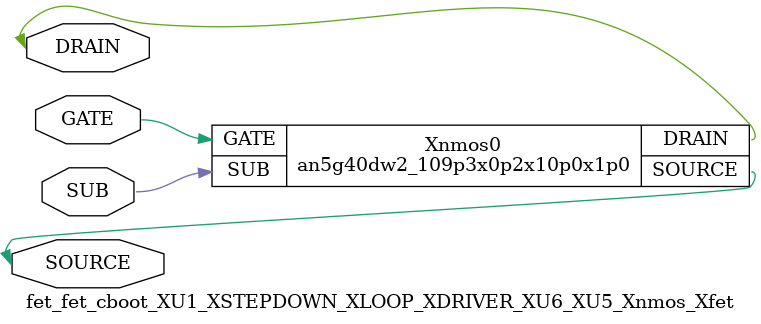
<source format=v>

module an5g40dw2_109p3x0p2x10p0x1p0 (DRAIN,GATE,SOURCE,SUB);
input GATE;
input SUB;
inout SOURCE;
inout DRAIN;
endmodule

//Celera Confidential Do Not Copy fet_fet_cboot_XU1_XSTEPDOWN_XLOOP_XDRIVER_XU6_XU5_Xnmos_Xfet
//Celera Confidential Symbol Generator
//power NMOS:Ron:10.000 Ohm
//Vgs 6V Vds 40V
//Kelvin:no

module fet_fet_cboot_XU1_XSTEPDOWN_XLOOP_XDRIVER_XU6_XU5_Xnmos_Xfet (GATE,SOURCE,DRAIN,SUB);
input GATE;
inout SOURCE;
inout DRAIN;
input SUB;

//Celera Confidential Do Not Copy an5g40dw2_109p3x0p2x10p0x1p0
an5g40dw2_109p3x0p2x10p0x1p0 Xnmos0(
.DRAIN (DRAIN),
.GATE (GATE),
.SOURCE (SOURCE),
.SUB (SUB)
);
//,diesize,an5g40dw2_109p3x0p2x10p0x1p0

//Celera Confidential Do Not Copy Module End
//Celera Schematic Generator
endmodule

</source>
